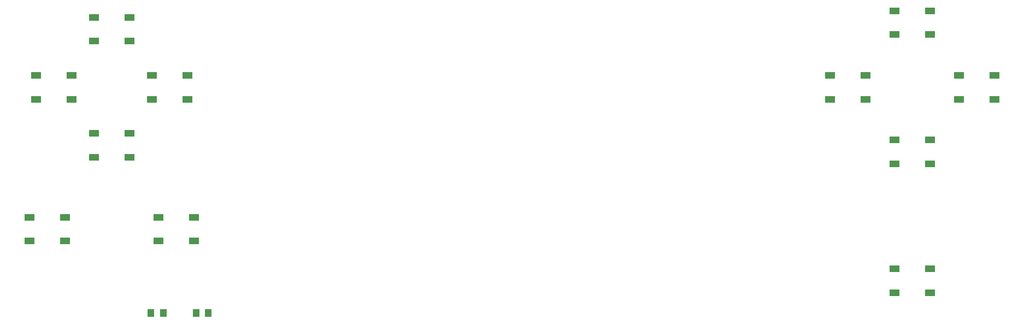
<source format=gtp>
%TF.GenerationSoftware,KiCad,Pcbnew,9.0.7-9.0.7~ubuntu24.04.1*%
%TF.CreationDate,2026-02-12T10:23:16+01:00*%
%TF.ProjectId,esp32-emu-turbo,65737033-322d-4656-9d75-2d747572626f,rev?*%
%TF.SameCoordinates,Original*%
%TF.FileFunction,Paste,Top*%
%TF.FilePolarity,Positive*%
%FSLAX46Y46*%
G04 Gerber Fmt 4.6, Leading zero omitted, Abs format (unit mm)*
G04 Created by KiCad (PCBNEW 9.0.7-9.0.7~ubuntu24.04.1) date 2026-02-12 10:23:16*
%MOMM*%
%LPD*%
G01*
G04 APERTURE LIST*
%ADD10R,1.600000X1.000000*%
%ADD11R,1.000000X1.300000*%
G04 APERTURE END LIST*
D10*
%TO.C,SW1*%
X15250000Y-21650000D03*
X15250000Y-25350000D03*
X20750000Y-21650000D03*
X20750000Y-25350000D03*
%TD*%
%TO.C,SW2*%
X15250000Y-39650000D03*
X15250000Y-43350000D03*
X20750000Y-39650000D03*
X20750000Y-43350000D03*
%TD*%
%TO.C,SW3*%
X6250000Y-30650000D03*
X6250000Y-34350000D03*
X11750000Y-30650000D03*
X11750000Y-34350000D03*
%TD*%
%TO.C,SW4*%
X24250000Y-30650000D03*
X24250000Y-34350000D03*
X29750000Y-30650000D03*
X29750000Y-34350000D03*
%TD*%
%TO.C,SW5*%
X139250000Y-20650000D03*
X139250000Y-24350000D03*
X144750000Y-20650000D03*
X144750000Y-24350000D03*
%TD*%
%TO.C,SW6*%
X149250000Y-30650000D03*
X149250000Y-34350000D03*
X154750000Y-30650000D03*
X154750000Y-34350000D03*
%TD*%
%TO.C,SW7*%
X139250000Y-40650000D03*
X139250000Y-44350000D03*
X144750000Y-40650000D03*
X144750000Y-44350000D03*
%TD*%
%TO.C,SW8*%
X129250000Y-30650000D03*
X129250000Y-34350000D03*
X134750000Y-30650000D03*
X134750000Y-34350000D03*
%TD*%
%TO.C,SW9*%
X5250000Y-52650000D03*
X5250000Y-56350000D03*
X10750000Y-52650000D03*
X10750000Y-56350000D03*
%TD*%
%TO.C,SW10*%
X25250000Y-52650000D03*
X25250000Y-56350000D03*
X30750000Y-52650000D03*
X30750000Y-56350000D03*
%TD*%
%TO.C,SW13*%
X139250000Y-60650000D03*
X139250000Y-64350000D03*
X144750000Y-60650000D03*
X144750000Y-64350000D03*
%TD*%
D11*
%TO.C,LED1*%
X24050000Y-67500000D03*
X25950000Y-67500000D03*
%TD*%
%TO.C,LED2*%
X31050000Y-67500000D03*
X32950000Y-67500000D03*
%TD*%
M02*

</source>
